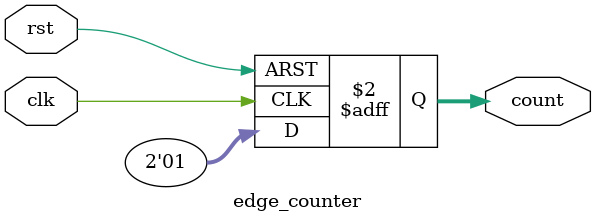
<source format=v>
`timescale 1ns / 1ps

module edge_counter(input clk, rst, output reg[1:0] count);

	always@(posedge clk, posedge rst) begin
		if(rst) count<=0;
		else count<=1;
		
	end

endmodule
    

</source>
